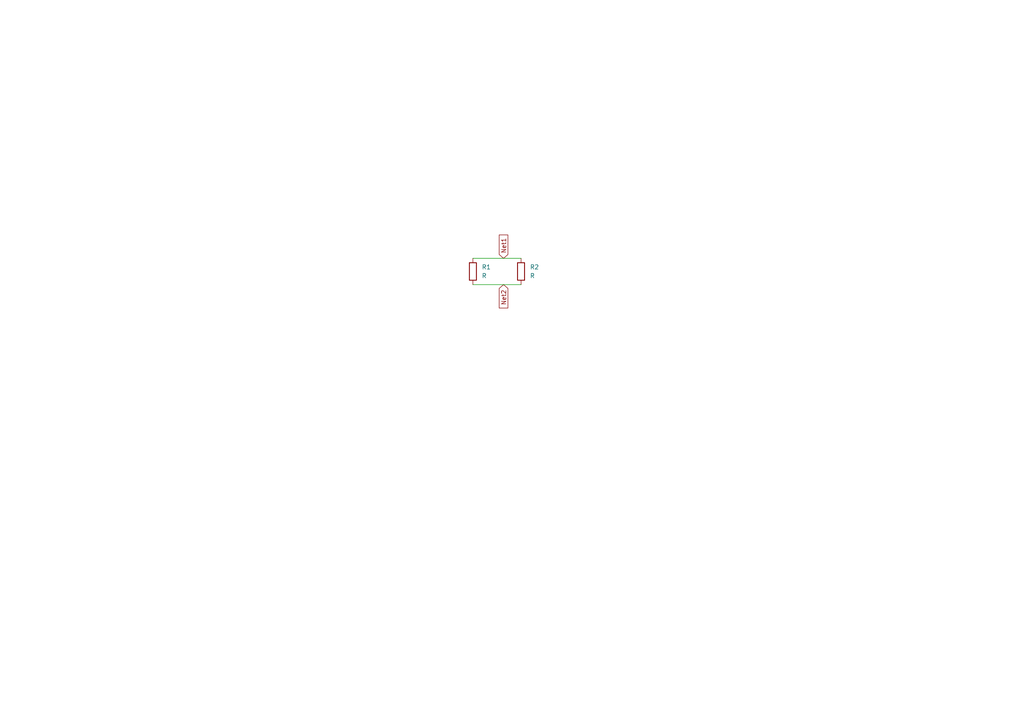
<source format=kicad_sch>
(kicad_sch (version 20231120) (generator "eeschema") (generator_version "8.0")
  (paper "A4")
  (lib_symbols
    (symbol "Device:R" (pin_numbers hide) (pin_names (offset 0))
      (property "Reference" "R" (at 2.032 0 90))
      (property "Value" "R" (at 0 0 90))
      (symbol "R_0_1"
        (rectangle (start -1.016 -2.54) (end 1.016 2.54) (stroke (width 0.254)))
      )
      (symbol "R_1_1"
        (pin passive line (at 0 3.81 270) (length 1.27) (name "~") (number "1"))
        (pin passive line (at 0 -3.81 90) (length 1.27) (name "~") (number "2"))
      )
    )
  )
  (wire (pts (xy 137.16 74.93) (xy 151.13 74.93)))
  (wire (pts (xy 137.16 82.55) (xy 151.13 82.55)))
  (global_label "Net2" (shape input) (at 146.05 82.55 270) (property "Intersheetrefs" "${INTERSHEET_REFS}" (effects (hide yes))))
  (global_label "Net1" (shape input) (at 146.05 74.93 90) (property "Intersheetrefs" "${INTERSHEET_REFS}" (effects (hide yes))))
  (symbol (lib_id "Device:R") (at 151.13 78.74 0) (unit 1)
    (property "Reference" "R2" (at 153.67 77.4699 0) (effects (justify left)))
    (property "Value" "R" (at 153.67 80.0099 0) (effects (justify left)))
    (property "Footprint" "Resistor_THT:R_Axial_DIN0204_L3.6mm_D1.6mm_P5.08mm_Horizontal" (effects (hide yes)))
    (property "Description" "Resistor" (effects (hide yes)))
  )
  (symbol (lib_id "Device:R") (at 137.16 78.74 0) (unit 1)
    (property "Reference" "R1" (at 139.7 77.4699 0) (effects (justify left)))
    (property "Value" "R" (at 139.7 80.0099 0) (effects (justify left)))
    (property "Footprint" "Resistor_THT:R_Axial_DIN0204_L3.6mm_D1.6mm_P5.08mm_Horizontal" (effects (hide yes)))
    (property "Description" "Resistor" (effects (hide yes)))
  )
)
</source>
